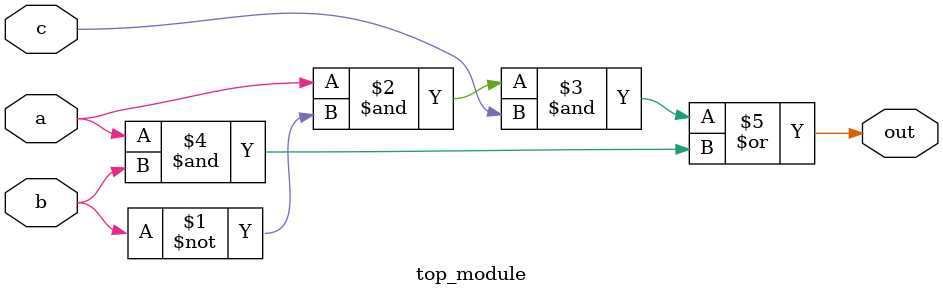
<source format=sv>
module top_module(
    input a, 
    input b,
    input c,
    output out
);

// Implement the truth table based on the given Karnaugh map
assign out = (a & ~b & c) | (a & b);

endmodule

</source>
